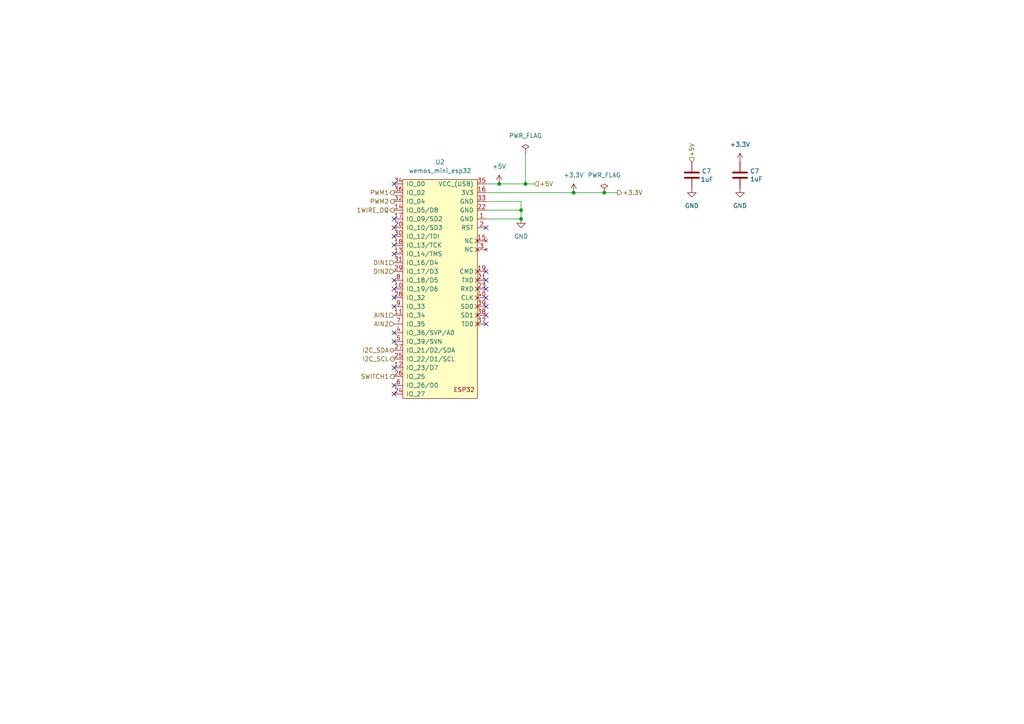
<source format=kicad_sch>
(kicad_sch (version 20230121) (generator eeschema)
  (paper "A4")
  (lib_symbols
    (symbol "Device:C" (pin_numbers hide) (pin_names (offset 0.254))
      (property "Reference" "C" (at 0.635 2.54 0))
      (property "Value" "C" (at 0.635 -2.54 0))
      (symbol "C_0_1"
        (polyline (pts (xy -2.032 -0.762) (xy 2.032 -0.762)) (stroke (width 0.508)))
        (polyline (pts (xy -2.032 0.762) (xy 2.032 0.762)) (stroke (width 0.508)))
      )
      (symbol "C_1_1"
        (pin passive line (at 0 3.81 270) (length 2.794) (name "~") (number "1"))
        (pin passive line (at 0 -3.81 90) (length 2.794) (name "~") (number "2"))
      )
    )
    (symbol "esp32:mini_esp32" (pin_names (offset 1.016))
      (property "Reference" "U" (at -7.62 -50.8 0))
      (property "Value" "mini_esp32" (at 5.08 -59.69 0))
      (symbol "mini_esp32_0_0"
        (text "ESP32" (at 7.62 -62.23 0) (effects (font (size 1.27 1.27))))
        (pin power_in line (at 13.97 -12.7 180) (length 2.54) (name "GND") (number "1"))
        (pin input line (at 13.97 -15.24 180) (length 2.54) (name "RST") (number "2"))
        (pin no_connect non_logic (at 13.97 -21.59 180) (length 2.54) (name "NC") (number "3"))
        (pin bidirectional line (at -12.7 -45.72 0) (length 2.54) (name "IO_36/SVP/A0") (number "4"))
        (pin bidirectional line (at -12.7 -48.26 0) (length 2.54) (name "IO_39/SVN") (number "5"))
      )
      (symbol "mini_esp32_0_1"
        (rectangle (start -10.16 -1.27) (end 11.43 -64.77) (fill (type background)))
      )
      (symbol "mini_esp32_1_1"
        (pin bidirectional line (at -12.7 -33.02 0) (length 2.54) (name "IO_19/D6") (number "10"))
        (pin bidirectional line (at -12.7 -40.64 0) (length 2.54) (name "IO_34") (number "11"))
        (pin bidirectional line (at -12.7 -55.88 0) (length 2.54) (name "IO_23/D7") (number "12"))
        (pin bidirectional line (at -12.7 -22.86 0) (length 2.54) (name "IO_14/TMS") (number "13"))
        (pin bidirectional line (at -12.7 -10.16 0) (length 2.54) (name "IO_05/D8") (number "14"))
        (pin no_connect non_logic (at 13.97 -19.05 180) (length 2.54) (name "NC") (number "15"))
        (pin power_in line (at 13.97 -5.08 180) (length 2.54) (name "3V3") (number "16"))
        (pin bidirectional line (at -12.7 -12.7 0) (length 2.54) (name "IO_09/SD2") (number "17"))
        (pin bidirectional line (at -12.7 -20.32 0) (length 2.54) (name "IO_13/TCK") (number "18"))
        (pin passive non_logic (at 13.97 -27.94 180) (length 2.54) (name "CMD") (number "19"))
        (pin bidirectional line (at -12.7 -15.24 0) (length 2.54) (name "IO_10/SD3") (number "20"))
        (pin passive non_logic (at 13.97 -30.48 180) (length 2.54) (name "TXD") (number "21"))
        (pin power_in line (at 13.97 -10.16 180) (length 2.54) (name "GND") (number "22"))
        (pin passive non_logic (at 13.97 -33.02 180) (length 2.54) (name "RXD") (number "23"))
        (pin bidirectional line (at -12.7 -63.5 0) (length 2.54) (name "IO_27") (number "24"))
        (pin bidirectional line (at -12.7 -53.34 0) (length 2.54) (name "IO_22/D1/SCL") (number "25"))
        (pin bidirectional line (at -12.7 -58.42 0) (length 2.54) (name "IO_25") (number "26"))
        (pin bidirectional line (at -12.7 -50.8 0) (length 2.54) (name "IO_21/D2/SDA") (number "27"))
        (pin bidirectional line (at -12.7 -35.56 0) (length 2.54) (name "IO_32") (number "28"))
        (pin bidirectional line (at -12.7 -27.94 0) (length 2.54) (name "IO_17/D3") (number "29"))
        (pin bidirectional line (at -12.7 -17.78 0) (length 2.54) (name "IO_12/TDI") (number "30"))
        (pin bidirectional line (at -12.7 -25.4 0) (length 2.54) (name "IO_16/D4") (number "31"))
        (pin bidirectional line (at -12.7 -7.62 0) (length 2.54) (name "IO_04") (number "32"))
        (pin power_in line (at 13.97 -7.62 180) (length 2.54) (name "GND") (number "33"))
        (pin bidirectional line (at -12.7 -2.54 0) (length 2.54) (name "IO_00") (number "34"))
        (pin power_in line (at 13.97 -2.54 180) (length 2.54) (name "VCC_(USB)") (number "35"))
        (pin bidirectional line (at -12.7 -5.08 0) (length 2.54) (name "IO_02") (number "36"))
        (pin passive non_logic (at 13.97 -43.18 180) (length 2.54) (name "TD0") (number "37"))
        (pin passive non_logic (at 13.97 -40.64 180) (length 2.54) (name "SD1") (number "38"))
        (pin passive non_logic (at 13.97 -38.1 180) (length 2.54) (name "SD0") (number "39"))
        (pin passive non_logic (at 13.97 -35.56 180) (length 2.54) (name "CLK") (number "40"))
        (pin bidirectional line (at -12.7 -60.96 0) (length 2.54) (name "IO_26/D0") (number "6"))
        (pin bidirectional line (at -12.7 -43.18 0) (length 2.54) (name "IO_35") (number "7"))
        (pin bidirectional line (at -12.7 -30.48 0) (length 2.54) (name "IO_18/D5") (number "8"))
        (pin bidirectional line (at -12.7 -38.1 0) (length 2.54) (name "IO_33") (number "9"))
      )
    )
    (symbol "power:+3.3V" (power) (pin_names (offset 0))
      (property "Value" "+3.3V" (at 0 3.556 0))
      (symbol "+3.3V_0_1"
        (polyline (pts (xy -0.762 1.27) (xy 0 2.54)))
        (polyline (pts (xy 0 0) (xy 0 2.54)))
        (polyline (pts (xy 0 2.54) (xy 0.762 1.27)))
      )
      (symbol "+3.3V_1_1"
        (pin power_in line (at 0 0 90) (length 0) hide (name "+3.3V") (number "1"))
      )
    )
    (symbol "power:+5V" (power) (pin_names (offset 0))
      (property "Value" "+5V" (at 0 3.556 0))
      (symbol "+5V_0_1"
        (polyline (pts (xy -0.762 1.27) (xy 0 2.54)))
        (polyline (pts (xy 0 0) (xy 0 2.54)))
        (polyline (pts (xy 0 2.54) (xy 0.762 1.27)))
      )
      (symbol "+5V_1_1"
        (pin power_in line (at 0 0 90) (length 0) hide (name "+5V") (number "1"))
      )
    )
    (symbol "power:GND" (power) (pin_names (offset 0))
      (property "Value" "GND" (at 0 -3.81 0))
      (symbol "GND_0_1"
        (polyline (pts (xy 0 0) (xy 0 -1.27) (xy 1.27 -1.27) (xy 0 -2.54) (xy -1.27 -1.27) (xy 0 -1.27)))
      )
      (symbol "GND_1_1"
        (pin power_in line (at 0 0 270) (length 0) hide (name "GND") (number "1"))
      )
    )
    (symbol "power:PWR_FLAG" (power) (pin_numbers hide) (pin_names (offset 0) hide)
      (property "Value" "PWR_FLAG" (at 0 3.81 0))
      (symbol "PWR_FLAG_0_0"
        (pin power_out line (at 0 0 90) (length 0) (name "pwr") (number "1"))
      )
      (symbol "PWR_FLAG_0_1"
        (polyline (pts (xy 0 0) (xy 0 1.27) (xy -1.016 1.905) (xy 0 2.54) (xy 1.016 1.905) (xy 0 1.27)))
      )
    )
  )
  (junction (at 152.4 53.34))
  (junction (at 175.26 55.88))
  (junction (at 151.13 63.5))
  (junction (at 151.13 60.96))
  (junction (at 166.37 55.88))
  (junction (at 144.78 53.34))
  (no_connect (at 114.3 88.9))
  (no_connect (at 114.3 96.52))
  (no_connect (at 140.97 78.74))
  (no_connect (at 114.3 63.5))
  (no_connect (at 140.97 66.04))
  (no_connect (at 114.3 106.68))
  (no_connect (at 140.97 91.44))
  (no_connect (at 114.3 71.12))
  (no_connect (at 114.3 68.58))
  (no_connect (at 140.97 81.28))
  (no_connect (at 114.3 73.66))
  (no_connect (at 140.97 83.82))
  (no_connect (at 114.3 66.04))
  (no_connect (at 114.3 53.34))
  (no_connect (at 114.3 81.28))
  (no_connect (at 140.97 88.9))
  (no_connect (at 140.97 86.36))
  (no_connect (at 114.3 83.82))
  (no_connect (at 114.3 114.3))
  (no_connect (at 114.3 111.76))
  (no_connect (at 114.3 99.06))
  (no_connect (at 140.97 93.98))
  (no_connect (at 114.3 86.36))
  (wire (pts (xy 179.07 55.88) (xy 175.26 55.88)))
  (wire (pts (xy 144.78 53.34) (xy 152.4 53.34)))
  (wire (pts (xy 140.97 58.42) (xy 151.13 58.42)))
  (wire (pts (xy 140.97 55.88) (xy 166.37 55.88)))
  (wire (pts (xy 152.4 44.45) (xy 152.4 53.34)))
  (wire (pts (xy 152.4 53.34) (xy 154.94 53.34)))
  (wire (pts (xy 140.97 63.5) (xy 151.13 63.5)))
  (wire (pts (xy 151.13 58.42) (xy 151.13 60.96)))
  (wire (pts (xy 140.97 60.96) (xy 151.13 60.96)))
  (wire (pts (xy 151.13 60.96) (xy 151.13 63.5)))
  (wire (pts (xy 140.97 53.34) (xy 144.78 53.34)))
  (wire (pts (xy 166.37 55.88) (xy 175.26 55.88)))
  (hierarchical_label "+5V" (shape input) (at 200.66 46.99 90))
  (hierarchical_label "+3.3V" (shape output) (at 179.07 55.88 0))
  (hierarchical_label "SWITCH1" (shape output) (at 114.3 109.22 180))
  (hierarchical_label "DIN1" (shape input) (at 114.3 76.2 180))
  (hierarchical_label "+5V" (shape input) (at 154.94 53.34 0))
  (hierarchical_label "I2C_SDA" (shape bidirectional) (at 114.3 101.6 180))
  (hierarchical_label "1WIRE_DQ" (shape output) (at 114.3 60.96 180))
  (hierarchical_label "PWM1" (shape output) (at 114.3 55.88 180))
  (hierarchical_label "AIN1" (shape input) (at 114.3 91.44 180))
  (hierarchical_label "PWM2" (shape output) (at 114.3 58.42 180))
  (hierarchical_label "I2C_SCL" (shape output) (at 114.3 104.14 180))
  (hierarchical_label "DIN2" (shape input) (at 114.3 78.74 180))
  (hierarchical_label "AIN2" (shape input) (at 114.3 93.98 180))
  (symbol (lib_id "power:GND") (at 200.66 54.61 0) (unit 1)
    (property "Reference" "#PWR010" (effects hide))
    (property "Value" "GND" (at 200.66 59.69 0))
  )
  (symbol (lib_id "power:PWR_FLAG") (at 152.4 44.45 0) (unit 1)
    (property "Reference" "#FLG01" (effects hide))
    (property "Value" "PWR_FLAG" (at 152.4 39.37 0))
  )
  (symbol (lib_id "power:+3.3V") (at 214.63 46.99 0) (unit 1)
    (property "Reference" "#PWR09" (effects hide))
    (property "Value" "+3.3V" (at 214.63 41.91 0))
  )
  (symbol (lib_id "power:+5V") (at 144.78 53.34 0) (unit 1)
    (property "Reference" "#PWR01" (effects hide))
    (property "Value" "+5V" (at 144.78 48.26 0))
  )
  (symbol (lib_id "Device:C") (at 200.66 50.8 0) (unit 1)
    (property "Reference" "C7" (at 203.581 49.6316 0) (effects (justify left)))
    (property "Value" "1uF" (at 203.2 52.07 0) (effects (justify left)))
    (property "Footprint" "Capacitor_SMD:C_0805_2012Metric" (effects hide))
    (property "LCSC" "C19702" (effects hide))
    (property "Cost" "0.0031" (effects hide))
    (property "Part" "CL10A106KP8NNNC" (effects hide))
    (instances (project "esp32-multitool" (path "" (reference "C7") (unit 1)) (path "" (reference "C1") (unit 1))))
  )
  (symbol (lib_id "power:+3.3V") (at 166.37 55.88 0) (unit 1)
    (property "Reference" "#PWR04" (effects hide))
    (property "Value" "+3.3V" (at 166.37 50.8 0))
  )
  (symbol (lib_id "Device:C") (at 214.63 50.8 0) (unit 1)
    (property "Reference" "C7" (at 217.551 49.6316 0) (effects (justify left)))
    (property "Value" "1uF" (at 217.551 51.943 0) (effects (justify left)))
    (property "Footprint" "Capacitor_SMD:C_0805_2012Metric" (effects hide))
    (property "LCSC" "C19702" (effects hide))
    (property "Cost" "0.0031" (effects hide))
    (property "Part" "CL10A106KP8NNNC" (effects hide))
    (instances (project "esp32-multitool" (path "" (reference "C7") (unit 1)) (path "" (reference "C4") (unit 1))))
  )
  (symbol (lib_id "esp32:mini_esp32") (at 127 50.8 0) (unit 1)
    (property "Reference" "U2" (at 127.635 46.99 0))
    (property "Value" "wemos_mini_esp32" (at 127.635 49.53 0))
    (property "Footprint" "ESP32:ESP32_mini" (effects hide))
    (property "Datasheet" "https://github.com/r0oland/ESP32_mini_KiCad_Library" (effects hide))
  )
  (symbol (lib_id "power:GND") (at 214.63 54.61 0) (unit 1)
    (property "Reference" "#PWR011" (effects hide))
    (property "Value" "GND" (at 214.63 59.69 0))
  )
  (symbol (lib_id "power:PWR_FLAG") (at 175.26 55.88 0) (unit 1)
    (property "Reference" "#FLG04" (effects hide))
    (property "Value" "PWR_FLAG" (at 175.26 50.8 0))
  )
  (symbol (lib_id "power:GND") (at 151.13 63.5 0) (unit 1)
    (property "Reference" "#PWR06" (effects hide))
    (property "Value" "GND" (at 151.13 68.58 0))
  )
)
</source>
